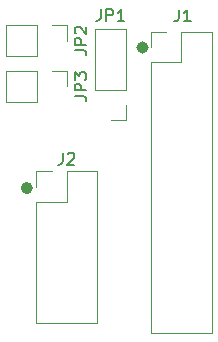
<source format=gbr>
G04 #@! TF.GenerationSoftware,KiCad,Pcbnew,6.0.5+dfsg-1~bpo11+1*
G04 #@! TF.CreationDate,2022-08-16T04:58:47+00:00*
G04 #@! TF.ProjectId,olimex_stm32mp1_jtag,6f6c696d-6578-45f7-9374-6d33326d7031,rev?*
G04 #@! TF.SameCoordinates,Original*
G04 #@! TF.FileFunction,Legend,Top*
G04 #@! TF.FilePolarity,Positive*
%FSLAX46Y46*%
G04 Gerber Fmt 4.6, Leading zero omitted, Abs format (unit mm)*
G04 Created by KiCad (PCBNEW 6.0.5+dfsg-1~bpo11+1) date 2022-08-16 04:58:47*
%MOMM*%
%LPD*%
G01*
G04 APERTURE LIST*
%ADD10C,0.522214*%
%ADD11C,0.150000*%
%ADD12C,0.120000*%
%ADD13R,1.700000X1.700000*%
%ADD14O,1.700000X1.700000*%
%ADD15R,1.000000X1.000000*%
%ADD16O,1.000000X1.000000*%
G04 APERTURE END LIST*
D10*
X158461107Y-73700000D02*
G75*
G03*
X158461107Y-73700000I-261107J0D01*
G01*
X148661107Y-85600000D02*
G75*
G03*
X148661107Y-85600000I-261107J0D01*
G01*
D11*
X152452380Y-73933333D02*
X153166666Y-73933333D01*
X153309523Y-73980952D01*
X153404761Y-74076190D01*
X153452380Y-74219047D01*
X153452380Y-74314285D01*
X153452380Y-73457142D02*
X152452380Y-73457142D01*
X152452380Y-73076190D01*
X152500000Y-72980952D01*
X152547619Y-72933333D01*
X152642857Y-72885714D01*
X152785714Y-72885714D01*
X152880952Y-72933333D01*
X152928571Y-72980952D01*
X152976190Y-73076190D01*
X152976190Y-73457142D01*
X152547619Y-72504761D02*
X152500000Y-72457142D01*
X152452380Y-72361904D01*
X152452380Y-72123809D01*
X152500000Y-72028571D01*
X152547619Y-71980952D01*
X152642857Y-71933333D01*
X152738095Y-71933333D01*
X152880952Y-71980952D01*
X153452380Y-72552380D01*
X153452380Y-71933333D01*
X152452380Y-77813333D02*
X153166666Y-77813333D01*
X153309523Y-77860952D01*
X153404761Y-77956190D01*
X153452380Y-78099047D01*
X153452380Y-78194285D01*
X153452380Y-77337142D02*
X152452380Y-77337142D01*
X152452380Y-76956190D01*
X152500000Y-76860952D01*
X152547619Y-76813333D01*
X152642857Y-76765714D01*
X152785714Y-76765714D01*
X152880952Y-76813333D01*
X152928571Y-76860952D01*
X152976190Y-76956190D01*
X152976190Y-77337142D01*
X152452380Y-76432380D02*
X152452380Y-75813333D01*
X152833333Y-76146666D01*
X152833333Y-76003809D01*
X152880952Y-75908571D01*
X152928571Y-75860952D01*
X153023809Y-75813333D01*
X153261904Y-75813333D01*
X153357142Y-75860952D01*
X153404761Y-75908571D01*
X153452380Y-76003809D01*
X153452380Y-76289523D01*
X153404761Y-76384761D01*
X153357142Y-76432380D01*
X154666666Y-70452380D02*
X154666666Y-71166666D01*
X154619047Y-71309523D01*
X154523809Y-71404761D01*
X154380952Y-71452380D01*
X154285714Y-71452380D01*
X155142857Y-71452380D02*
X155142857Y-70452380D01*
X155523809Y-70452380D01*
X155619047Y-70500000D01*
X155666666Y-70547619D01*
X155714285Y-70642857D01*
X155714285Y-70785714D01*
X155666666Y-70880952D01*
X155619047Y-70928571D01*
X155523809Y-70976190D01*
X155142857Y-70976190D01*
X156666666Y-71452380D02*
X156095238Y-71452380D01*
X156380952Y-71452380D02*
X156380952Y-70452380D01*
X156285714Y-70595238D01*
X156190476Y-70690476D01*
X156095238Y-70738095D01*
X151436666Y-82622380D02*
X151436666Y-83336666D01*
X151389047Y-83479523D01*
X151293809Y-83574761D01*
X151150952Y-83622380D01*
X151055714Y-83622380D01*
X151865238Y-82717619D02*
X151912857Y-82670000D01*
X152008095Y-82622380D01*
X152246190Y-82622380D01*
X152341428Y-82670000D01*
X152389047Y-82717619D01*
X152436666Y-82812857D01*
X152436666Y-82908095D01*
X152389047Y-83050952D01*
X151817619Y-83622380D01*
X152436666Y-83622380D01*
X161266666Y-70492380D02*
X161266666Y-71206666D01*
X161219047Y-71349523D01*
X161123809Y-71444761D01*
X160980952Y-71492380D01*
X160885714Y-71492380D01*
X162266666Y-71492380D02*
X161695238Y-71492380D01*
X161980952Y-71492380D02*
X161980952Y-70492380D01*
X161885714Y-70635238D01*
X161790476Y-70730476D01*
X161695238Y-70778095D01*
D12*
X149230000Y-71790000D02*
X146630000Y-71790000D01*
X150500000Y-71790000D02*
X151830000Y-71790000D01*
X149230000Y-71790000D02*
X149230000Y-74450000D01*
X146630000Y-71790000D02*
X146630000Y-74450000D01*
X151830000Y-71790000D02*
X151830000Y-73120000D01*
X149230000Y-74450000D02*
X146630000Y-74450000D01*
X150500000Y-75670000D02*
X151830000Y-75670000D01*
X149230000Y-75670000D02*
X149230000Y-78330000D01*
X149230000Y-75670000D02*
X146630000Y-75670000D01*
X146630000Y-75670000D02*
X146630000Y-78330000D01*
X151830000Y-75670000D02*
X151830000Y-77000000D01*
X149230000Y-78330000D02*
X146630000Y-78330000D01*
X156830000Y-77270000D02*
X156830000Y-72130000D01*
X156830000Y-77270000D02*
X154170000Y-77270000D01*
X156830000Y-78540000D02*
X156830000Y-79870000D01*
X156830000Y-72130000D02*
X154170000Y-72130000D01*
X156830000Y-79870000D02*
X155500000Y-79870000D01*
X154170000Y-77270000D02*
X154170000Y-72130000D01*
X149170000Y-85500000D02*
X149170000Y-84170000D01*
X149170000Y-86770000D02*
X151770000Y-86770000D01*
X151770000Y-86770000D02*
X151770000Y-84170000D01*
X154370000Y-84170000D02*
X154370000Y-96990000D01*
X149170000Y-84170000D02*
X150500000Y-84170000D01*
X149170000Y-86770000D02*
X149170000Y-96990000D01*
X151770000Y-84170000D02*
X154370000Y-84170000D01*
X149170000Y-96990000D02*
X154370000Y-96990000D01*
X158895000Y-73695000D02*
X158895000Y-72365000D01*
X158895000Y-72365000D02*
X160225000Y-72365000D01*
X158895000Y-97885000D02*
X164095000Y-97885000D01*
X161495000Y-74965000D02*
X161495000Y-72365000D01*
X164095000Y-72365000D02*
X164095000Y-97885000D01*
X161495000Y-72365000D02*
X164095000Y-72365000D01*
X158895000Y-74965000D02*
X158895000Y-97885000D01*
X158895000Y-74965000D02*
X161495000Y-74965000D01*
%LPC*%
D13*
X150500000Y-73120000D03*
D14*
X147960000Y-73120000D03*
D13*
X150500000Y-77000000D03*
D14*
X147960000Y-77000000D03*
D13*
X155500000Y-78540000D03*
D14*
X155500000Y-76000000D03*
X155500000Y-73460000D03*
D13*
X150500000Y-85500000D03*
D14*
X153040000Y-85500000D03*
X150500000Y-88040000D03*
X153040000Y-88040000D03*
X150500000Y-90580000D03*
X153040000Y-90580000D03*
X150500000Y-93120000D03*
X153040000Y-93120000D03*
X150500000Y-95660000D03*
X153040000Y-95660000D03*
D13*
X160225000Y-73695000D03*
D14*
X162765000Y-73695000D03*
X160225000Y-76235000D03*
X162765000Y-76235000D03*
X160225000Y-78775000D03*
X162765000Y-78775000D03*
X160225000Y-81315000D03*
X162765000Y-81315000D03*
X160225000Y-83855000D03*
X162765000Y-83855000D03*
X160225000Y-86395000D03*
X162765000Y-86395000D03*
X160225000Y-88935000D03*
X162765000Y-88935000D03*
X160225000Y-91475000D03*
X162765000Y-91475000D03*
X160225000Y-94015000D03*
X162765000Y-94015000D03*
X160225000Y-96555000D03*
X162765000Y-96555000D03*
D15*
X141855000Y-73070000D03*
D16*
X143125000Y-73070000D03*
X141855000Y-74340000D03*
X143125000Y-74340000D03*
X141855000Y-75610000D03*
X143125000Y-75610000D03*
X141855000Y-76880000D03*
X143125000Y-76880000D03*
X141855000Y-78150000D03*
X143125000Y-78150000D03*
X141855000Y-79420000D03*
X143125000Y-79420000D03*
X141855000Y-80690000D03*
X143125000Y-80690000D03*
X141855000Y-81960000D03*
X143125000Y-81960000D03*
X141855000Y-83230000D03*
X143125000Y-83230000D03*
X141855000Y-84500000D03*
X143125000Y-84500000D03*
X141855000Y-85770000D03*
X143125000Y-85770000D03*
X141855000Y-87040000D03*
X143125000Y-87040000D03*
X141855000Y-88310000D03*
X143125000Y-88310000D03*
X141855000Y-89580000D03*
X143125000Y-89580000D03*
X141855000Y-90850000D03*
X143125000Y-90850000D03*
X141855000Y-92120000D03*
X143125000Y-92120000D03*
X141855000Y-93390000D03*
X143125000Y-93390000D03*
X141855000Y-94660000D03*
X143125000Y-94660000D03*
X141855000Y-95930000D03*
X143125000Y-95930000D03*
X141855000Y-97200000D03*
X143125000Y-97200000D03*
M02*

</source>
